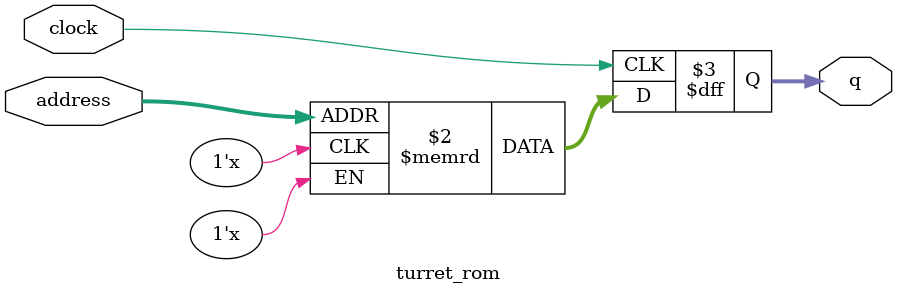
<source format=sv>
module turret_rom (
	input logic clock,
	input logic [10:0] address,
	output logic [2:0] q
);

logic [2:0] memory [0:1461] /* synthesis ram_init_file = "./turret/turret.mif" */;

always_ff @ (posedge clock) begin
	q <= memory[address];
end

endmodule

</source>
